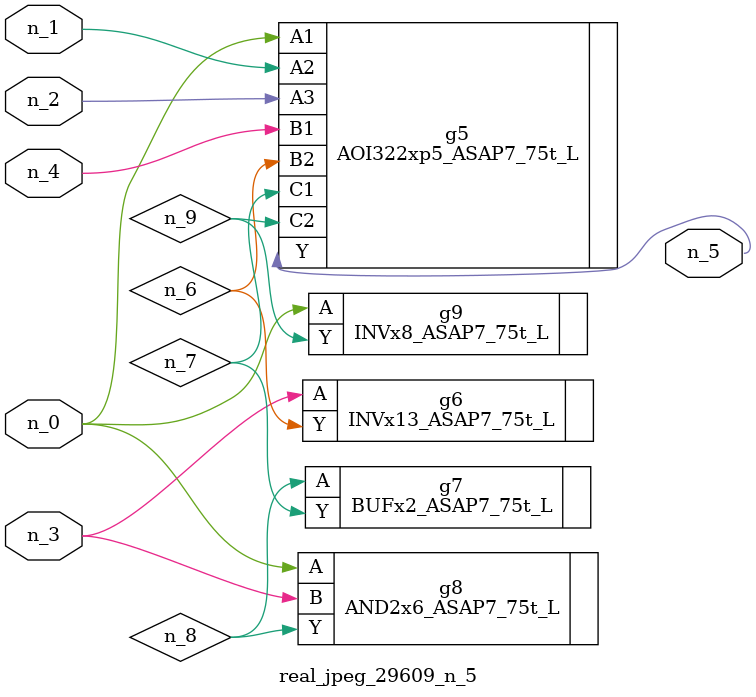
<source format=v>
module real_jpeg_29609_n_5 (n_4, n_0, n_1, n_2, n_3, n_5);

input n_4;
input n_0;
input n_1;
input n_2;
input n_3;

output n_5;

wire n_8;
wire n_6;
wire n_7;
wire n_9;

AOI322xp5_ASAP7_75t_L g5 ( 
.A1(n_0),
.A2(n_1),
.A3(n_2),
.B1(n_4),
.B2(n_6),
.C1(n_7),
.C2(n_9),
.Y(n_5)
);

AND2x6_ASAP7_75t_L g8 ( 
.A(n_0),
.B(n_3),
.Y(n_8)
);

INVx8_ASAP7_75t_L g9 ( 
.A(n_0),
.Y(n_9)
);

INVx13_ASAP7_75t_L g6 ( 
.A(n_3),
.Y(n_6)
);

BUFx2_ASAP7_75t_L g7 ( 
.A(n_8),
.Y(n_7)
);


endmodule
</source>
